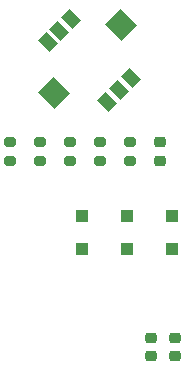
<source format=gbr>
G04 #@! TF.GenerationSoftware,KiCad,Pcbnew,7.0.9*
G04 #@! TF.CreationDate,2025-01-29T12:54:56-06:00*
G04 #@! TF.ProjectId,powertrain,706f7765-7274-4726-9169-6e2e6b696361,rev?*
G04 #@! TF.SameCoordinates,Original*
G04 #@! TF.FileFunction,Paste,Top*
G04 #@! TF.FilePolarity,Positive*
%FSLAX46Y46*%
G04 Gerber Fmt 4.6, Leading zero omitted, Abs format (unit mm)*
G04 Created by KiCad (PCBNEW 7.0.9) date 2025-01-29 12:54:56*
%MOMM*%
%LPD*%
G01*
G04 APERTURE LIST*
G04 Aperture macros list*
%AMRoundRect*
0 Rectangle with rounded corners*
0 $1 Rounding radius*
0 $2 $3 $4 $5 $6 $7 $8 $9 X,Y pos of 4 corners*
0 Add a 4 corners polygon primitive as box body*
4,1,4,$2,$3,$4,$5,$6,$7,$8,$9,$2,$3,0*
0 Add four circle primitives for the rounded corners*
1,1,$1+$1,$2,$3*
1,1,$1+$1,$4,$5*
1,1,$1+$1,$6,$7*
1,1,$1+$1,$8,$9*
0 Add four rect primitives between the rounded corners*
20,1,$1+$1,$2,$3,$4,$5,0*
20,1,$1+$1,$4,$5,$6,$7,0*
20,1,$1+$1,$6,$7,$8,$9,0*
20,1,$1+$1,$8,$9,$2,$3,0*%
%AMRotRect*
0 Rectangle, with rotation*
0 The origin of the aperture is its center*
0 $1 length*
0 $2 width*
0 $3 Rotation angle, in degrees counterclockwise*
0 Add horizontal line*
21,1,$1,$2,0,0,$3*%
G04 Aperture macros list end*
%ADD10RoundRect,0.200000X0.275000X-0.200000X0.275000X0.200000X-0.275000X0.200000X-0.275000X-0.200000X0*%
%ADD11RoundRect,0.200000X-0.275000X0.200000X-0.275000X-0.200000X0.275000X-0.200000X0.275000X0.200000X0*%
%ADD12RoundRect,0.225000X0.250000X-0.225000X0.250000X0.225000X-0.250000X0.225000X-0.250000X-0.225000X0*%
%ADD13RoundRect,0.225000X-0.250000X0.225000X-0.250000X-0.225000X0.250000X-0.225000X0.250000X0.225000X0*%
%ADD14RoundRect,0.218750X0.256250X-0.218750X0.256250X0.218750X-0.256250X0.218750X-0.256250X-0.218750X0*%
%ADD15R,1.100000X1.100000*%
%ADD16RotRect,2.000000X1.800000X135.000000*%
%ADD17RotRect,1.350000X1.000000X135.000000*%
G04 APERTURE END LIST*
D10*
X37338000Y-40703000D03*
X37338000Y-39053000D03*
D11*
X44958000Y-39053000D03*
X44958000Y-40703000D03*
X34798000Y-39053000D03*
X34798000Y-40703000D03*
D10*
X39878000Y-40703000D03*
X39878000Y-39053000D03*
D11*
X42418000Y-39053000D03*
X42418000Y-40703000D03*
D12*
X46736000Y-57163000D03*
X46736000Y-55613000D03*
D13*
X48768000Y-55613000D03*
X48768000Y-57163000D03*
D14*
X47498000Y-40665500D03*
X47498000Y-39090500D03*
D15*
X44704000Y-45336000D03*
X44704000Y-48136000D03*
X40894000Y-45336000D03*
X40894000Y-48136000D03*
X48514000Y-45336000D03*
X48514000Y-48136000D03*
D16*
X38502862Y-34903138D03*
X44230427Y-29175573D03*
D17*
X43028346Y-35680955D03*
X44035973Y-34673328D03*
X45043600Y-33665701D03*
X37972532Y-30625142D03*
X38980159Y-29617515D03*
X39987786Y-28609887D03*
M02*

</source>
